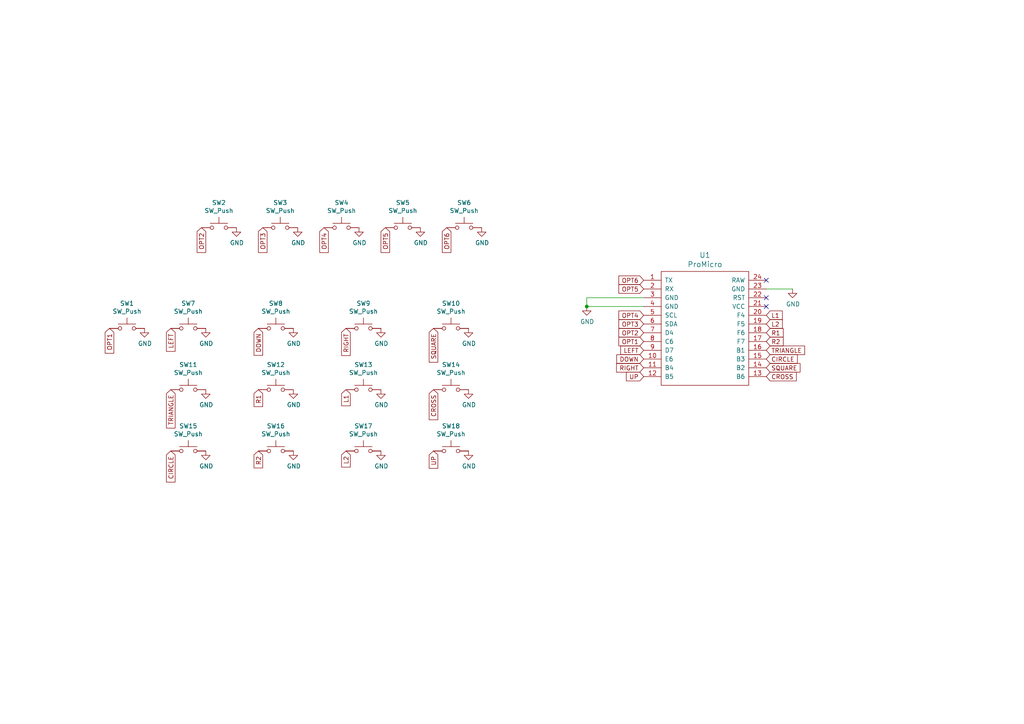
<source format=kicad_sch>
(kicad_sch (version 20211123) (generator eeschema)

  (uuid d11c8c6f-4234-4fd0-ae5c-63b27f7492d2)

  (paper "A4")

  (lib_symbols
    (symbol "ProMicro:ProMicro" (pin_names (offset 1.016)) (in_bom yes) (on_board yes)
      (property "Reference" "U" (id 0) (at 0 24.13 0)
        (effects (font (size 1.524 1.524)))
      )
      (property "Value" "ProMicro" (id 1) (at 0 -13.97 0)
        (effects (font (size 1.524 1.524)))
      )
      (property "Footprint" "" (id 2) (at 2.54 -26.67 0)
        (effects (font (size 1.524 1.524)))
      )
      (property "Datasheet" "" (id 3) (at 2.54 -26.67 0)
        (effects (font (size 1.524 1.524)))
      )
      (symbol "ProMicro_0_1"
        (rectangle (start -12.7 21.59) (end 12.7 -11.43)
          (stroke (width 0) (type default) (color 0 0 0 0))
          (fill (type none))
        )
      )
      (symbol "ProMicro_1_1"
        (pin bidirectional line (at -17.78 19.05 0) (length 5.08)
          (name "TX" (effects (font (size 1.27 1.27))))
          (number "1" (effects (font (size 1.27 1.27))))
        )
        (pin bidirectional line (at -17.78 -3.81 0) (length 5.08)
          (name "E6" (effects (font (size 1.27 1.27))))
          (number "10" (effects (font (size 1.27 1.27))))
        )
        (pin bidirectional line (at -17.78 -6.35 0) (length 5.08)
          (name "B4" (effects (font (size 1.27 1.27))))
          (number "11" (effects (font (size 1.27 1.27))))
        )
        (pin bidirectional line (at -17.78 -8.89 0) (length 5.08)
          (name "B5" (effects (font (size 1.27 1.27))))
          (number "12" (effects (font (size 1.27 1.27))))
        )
        (pin bidirectional line (at 17.78 -8.89 180) (length 5.08)
          (name "B6" (effects (font (size 1.27 1.27))))
          (number "13" (effects (font (size 1.27 1.27))))
        )
        (pin bidirectional line (at 17.78 -6.35 180) (length 5.08)
          (name "B2" (effects (font (size 1.27 1.27))))
          (number "14" (effects (font (size 1.27 1.27))))
        )
        (pin bidirectional line (at 17.78 -3.81 180) (length 5.08)
          (name "B3" (effects (font (size 1.27 1.27))))
          (number "15" (effects (font (size 1.27 1.27))))
        )
        (pin bidirectional line (at 17.78 -1.27 180) (length 5.08)
          (name "B1" (effects (font (size 1.27 1.27))))
          (number "16" (effects (font (size 1.27 1.27))))
        )
        (pin bidirectional line (at 17.78 1.27 180) (length 5.08)
          (name "F7" (effects (font (size 1.27 1.27))))
          (number "17" (effects (font (size 1.27 1.27))))
        )
        (pin bidirectional line (at 17.78 3.81 180) (length 5.08)
          (name "F6" (effects (font (size 1.27 1.27))))
          (number "18" (effects (font (size 1.27 1.27))))
        )
        (pin bidirectional line (at 17.78 6.35 180) (length 5.08)
          (name "F5" (effects (font (size 1.27 1.27))))
          (number "19" (effects (font (size 1.27 1.27))))
        )
        (pin bidirectional line (at -17.78 16.51 0) (length 5.08)
          (name "RX" (effects (font (size 1.27 1.27))))
          (number "2" (effects (font (size 1.27 1.27))))
        )
        (pin bidirectional line (at 17.78 8.89 180) (length 5.08)
          (name "F4" (effects (font (size 1.27 1.27))))
          (number "20" (effects (font (size 1.27 1.27))))
        )
        (pin power_in line (at 17.78 11.43 180) (length 5.08)
          (name "VCC" (effects (font (size 1.27 1.27))))
          (number "21" (effects (font (size 1.27 1.27))))
        )
        (pin input line (at 17.78 13.97 180) (length 5.08)
          (name "RST" (effects (font (size 1.27 1.27))))
          (number "22" (effects (font (size 1.27 1.27))))
        )
        (pin power_in line (at 17.78 16.51 180) (length 5.08)
          (name "GND" (effects (font (size 1.27 1.27))))
          (number "23" (effects (font (size 1.27 1.27))))
        )
        (pin power_out line (at 17.78 19.05 180) (length 5.08)
          (name "RAW" (effects (font (size 1.27 1.27))))
          (number "24" (effects (font (size 1.27 1.27))))
        )
        (pin power_in line (at -17.78 13.97 0) (length 5.08)
          (name "GND" (effects (font (size 1.27 1.27))))
          (number "3" (effects (font (size 1.27 1.27))))
        )
        (pin power_in line (at -17.78 11.43 0) (length 5.08)
          (name "GND" (effects (font (size 1.27 1.27))))
          (number "4" (effects (font (size 1.27 1.27))))
        )
        (pin bidirectional line (at -17.78 8.89 0) (length 5.08)
          (name "SCL" (effects (font (size 1.27 1.27))))
          (number "5" (effects (font (size 1.27 1.27))))
        )
        (pin bidirectional line (at -17.78 6.35 0) (length 5.08)
          (name "SDA" (effects (font (size 1.27 1.27))))
          (number "6" (effects (font (size 1.27 1.27))))
        )
        (pin bidirectional line (at -17.78 3.81 0) (length 5.08)
          (name "D4" (effects (font (size 1.27 1.27))))
          (number "7" (effects (font (size 1.27 1.27))))
        )
        (pin bidirectional line (at -17.78 1.27 0) (length 5.08)
          (name "C6" (effects (font (size 1.27 1.27))))
          (number "8" (effects (font (size 1.27 1.27))))
        )
        (pin bidirectional line (at -17.78 -1.27 0) (length 5.08)
          (name "D7" (effects (font (size 1.27 1.27))))
          (number "9" (effects (font (size 1.27 1.27))))
        )
      )
    )
    (symbol "Switch:SW_Push" (pin_numbers hide) (pin_names (offset 1.016) hide) (in_bom yes) (on_board yes)
      (property "Reference" "SW" (id 0) (at 1.27 2.54 0)
        (effects (font (size 1.27 1.27)) (justify left))
      )
      (property "Value" "SW_Push" (id 1) (at 0 -1.524 0)
        (effects (font (size 1.27 1.27)))
      )
      (property "Footprint" "" (id 2) (at 0 5.08 0)
        (effects (font (size 1.27 1.27)) hide)
      )
      (property "Datasheet" "~" (id 3) (at 0 5.08 0)
        (effects (font (size 1.27 1.27)) hide)
      )
      (property "ki_keywords" "switch normally-open pushbutton push-button" (id 4) (at 0 0 0)
        (effects (font (size 1.27 1.27)) hide)
      )
      (property "ki_description" "Push button switch, generic, two pins" (id 5) (at 0 0 0)
        (effects (font (size 1.27 1.27)) hide)
      )
      (symbol "SW_Push_0_1"
        (circle (center -2.032 0) (radius 0.508)
          (stroke (width 0) (type default) (color 0 0 0 0))
          (fill (type none))
        )
        (polyline
          (pts
            (xy 0 1.27)
            (xy 0 3.048)
          )
          (stroke (width 0) (type default) (color 0 0 0 0))
          (fill (type none))
        )
        (polyline
          (pts
            (xy 2.54 1.27)
            (xy -2.54 1.27)
          )
          (stroke (width 0) (type default) (color 0 0 0 0))
          (fill (type none))
        )
        (circle (center 2.032 0) (radius 0.508)
          (stroke (width 0) (type default) (color 0 0 0 0))
          (fill (type none))
        )
        (pin passive line (at -5.08 0 0) (length 2.54)
          (name "1" (effects (font (size 1.27 1.27))))
          (number "1" (effects (font (size 1.27 1.27))))
        )
        (pin passive line (at 5.08 0 180) (length 2.54)
          (name "2" (effects (font (size 1.27 1.27))))
          (number "2" (effects (font (size 1.27 1.27))))
        )
      )
    )
    (symbol "power:GND" (power) (pin_names (offset 0)) (in_bom yes) (on_board yes)
      (property "Reference" "#PWR" (id 0) (at 0 -6.35 0)
        (effects (font (size 1.27 1.27)) hide)
      )
      (property "Value" "GND" (id 1) (at 0 -3.81 0)
        (effects (font (size 1.27 1.27)))
      )
      (property "Footprint" "" (id 2) (at 0 0 0)
        (effects (font (size 1.27 1.27)) hide)
      )
      (property "Datasheet" "" (id 3) (at 0 0 0)
        (effects (font (size 1.27 1.27)) hide)
      )
      (property "ki_keywords" "power-flag" (id 4) (at 0 0 0)
        (effects (font (size 1.27 1.27)) hide)
      )
      (property "ki_description" "Power symbol creates a global label with name \"GND\" , ground" (id 5) (at 0 0 0)
        (effects (font (size 1.27 1.27)) hide)
      )
      (symbol "GND_0_1"
        (polyline
          (pts
            (xy 0 0)
            (xy 0 -1.27)
            (xy 1.27 -1.27)
            (xy 0 -2.54)
            (xy -1.27 -1.27)
            (xy 0 -1.27)
          )
          (stroke (width 0) (type default) (color 0 0 0 0))
          (fill (type none))
        )
      )
      (symbol "GND_1_1"
        (pin power_in line (at 0 0 270) (length 0) hide
          (name "GND" (effects (font (size 1.27 1.27))))
          (number "1" (effects (font (size 1.27 1.27))))
        )
      )
    )
  )

  (junction (at 170.18 88.9) (diameter 0) (color 0 0 0 0)
    (uuid e2fe8c02-4d85-4d6c-8dd5-a59b7b92f55f)
  )

  (no_connect (at 222.25 88.9) (uuid 27a5f07d-52f5-43cb-a47e-b033354145f3))
  (no_connect (at 222.25 86.36) (uuid 62a27186-0327-4116-b649-caf8df551071))
  (no_connect (at 222.25 81.28) (uuid 9f725bf2-14e1-4999-b29e-d50ed6077e94))

  (wire (pts (xy 170.18 88.9) (xy 186.69 88.9))
    (stroke (width 0) (type default) (color 0 0 0 0))
    (uuid 4f774ef8-ab4b-4786-b543-7a1ad445cba1)
  )
  (wire (pts (xy 170.18 86.36) (xy 170.18 88.9))
    (stroke (width 0) (type default) (color 0 0 0 0))
    (uuid 9863d592-d792-4560-996b-c15e3df8d512)
  )
  (wire (pts (xy 170.18 86.36) (xy 186.69 86.36))
    (stroke (width 0) (type default) (color 0 0 0 0))
    (uuid bed49aba-94ec-490e-a773-95b6e677ed7b)
  )
  (wire (pts (xy 222.25 83.82) (xy 229.87 83.82))
    (stroke (width 0) (type default) (color 0 0 0 0))
    (uuid cf8a90fb-fcf7-4ebd-9996-84fe8bc416da)
  )

  (global_label "OPT2" (shape input) (at 186.69 96.52 180) (fields_autoplaced)
    (effects (font (size 1.27 1.27)) (justify right))
    (uuid 05d5bb19-e234-4f0d-b9c5-09edae256887)
    (property "Intersheet References" "${INTERSHEET_REFS}" (id 0) (at 0 0 0)
      (effects (font (size 1.27 1.27)) hide)
    )
  )
  (global_label "OPT1" (shape input) (at 186.69 99.06 180) (fields_autoplaced)
    (effects (font (size 1.27 1.27)) (justify right))
    (uuid 16674bd4-42a1-44a0-81dc-3582702a3c00)
    (property "Intersheet References" "${INTERSHEET_REFS}" (id 0) (at 0 0 0)
      (effects (font (size 1.27 1.27)) hide)
    )
  )
  (global_label "DOWN" (shape input) (at 186.69 104.14 180) (fields_autoplaced)
    (effects (font (size 1.27 1.27)) (justify right))
    (uuid 19840364-2c94-4432-a75c-3a517a7693af)
    (property "Intersheet References" "${INTERSHEET_REFS}" (id 0) (at 0 0 0)
      (effects (font (size 1.27 1.27)) hide)
    )
  )
  (global_label "SQUARE" (shape input) (at 125.73 95.25 270) (fields_autoplaced)
    (effects (font (size 1.27 1.27)) (justify right))
    (uuid 1c625676-4ce0-4219-ac12-1a1bf755abe5)
    (property "Intersheet References" "${INTERSHEET_REFS}" (id 0) (at 0 0 0)
      (effects (font (size 1.27 1.27)) hide)
    )
  )
  (global_label "SQUARE" (shape input) (at 222.25 106.68 0) (fields_autoplaced)
    (effects (font (size 1.27 1.27)) (justify left))
    (uuid 1cd7bd1c-f1ea-4f64-84e4-090376b500e8)
    (property "Intersheet References" "${INTERSHEET_REFS}" (id 0) (at 0 0 0)
      (effects (font (size 1.27 1.27)) hide)
    )
  )
  (global_label "CROSS" (shape input) (at 222.25 109.22 0) (fields_autoplaced)
    (effects (font (size 1.27 1.27)) (justify left))
    (uuid 269a6272-d3aa-4a06-85da-91403d440375)
    (property "Intersheet References" "${INTERSHEET_REFS}" (id 0) (at 0 0 0)
      (effects (font (size 1.27 1.27)) hide)
    )
  )
  (global_label "OPT4" (shape input) (at 186.69 91.44 180) (fields_autoplaced)
    (effects (font (size 1.27 1.27)) (justify right))
    (uuid 2d4e6884-3160-450f-b1d7-74d245e3eb9f)
    (property "Intersheet References" "${INTERSHEET_REFS}" (id 0) (at 0 0 0)
      (effects (font (size 1.27 1.27)) hide)
    )
  )
  (global_label "RIGHT" (shape input) (at 100.33 95.25 270) (fields_autoplaced)
    (effects (font (size 1.27 1.27)) (justify right))
    (uuid 392067c9-0eb5-4da2-99fc-19c894f2e0b5)
    (property "Intersheet References" "${INTERSHEET_REFS}" (id 0) (at 0 0 0)
      (effects (font (size 1.27 1.27)) hide)
    )
  )
  (global_label "R2" (shape input) (at 222.25 99.06 0) (fields_autoplaced)
    (effects (font (size 1.27 1.27)) (justify left))
    (uuid 3e28ac60-ec32-4313-9424-522e309276e1)
    (property "Intersheet References" "${INTERSHEET_REFS}" (id 0) (at 0 0 0)
      (effects (font (size 1.27 1.27)) hide)
    )
  )
  (global_label "OPT1" (shape input) (at 31.75 95.25 270) (fields_autoplaced)
    (effects (font (size 1.27 1.27)) (justify right))
    (uuid 49a8ef5a-94e2-405e-9771-dd86ec50610d)
    (property "Intersheet References" "${INTERSHEET_REFS}" (id 0) (at -8.89 29.21 0)
      (effects (font (size 1.27 1.27)) hide)
    )
  )
  (global_label "R1" (shape input) (at 74.93 113.03 270) (fields_autoplaced)
    (effects (font (size 1.27 1.27)) (justify right))
    (uuid 4a661d67-7805-42b8-b56c-6f4f97c05335)
    (property "Intersheet References" "${INTERSHEET_REFS}" (id 0) (at 0 0 0)
      (effects (font (size 1.27 1.27)) hide)
    )
  )
  (global_label "UP" (shape input) (at 186.69 109.22 180) (fields_autoplaced)
    (effects (font (size 1.27 1.27)) (justify right))
    (uuid 51b8ce9a-6339-42c0-b910-902c62fa3751)
    (property "Intersheet References" "${INTERSHEET_REFS}" (id 0) (at 0 0 0)
      (effects (font (size 1.27 1.27)) hide)
    )
  )
  (global_label "R2" (shape input) (at 74.93 130.81 270) (fields_autoplaced)
    (effects (font (size 1.27 1.27)) (justify right))
    (uuid 5e40886c-ddaf-4026-9319-04098935b293)
    (property "Intersheet References" "${INTERSHEET_REFS}" (id 0) (at 0 0 0)
      (effects (font (size 1.27 1.27)) hide)
    )
  )
  (global_label "CIRCLE" (shape input) (at 222.25 104.14 0) (fields_autoplaced)
    (effects (font (size 1.27 1.27)) (justify left))
    (uuid 616fa1d5-3420-4c65-852a-8be4c72a3e4b)
    (property "Intersheet References" "${INTERSHEET_REFS}" (id 0) (at 0 0 0)
      (effects (font (size 1.27 1.27)) hide)
    )
  )
  (global_label "L1" (shape input) (at 100.33 113.03 270) (fields_autoplaced)
    (effects (font (size 1.27 1.27)) (justify right))
    (uuid 62405649-bf27-4d7a-8adc-08920f8a4e0b)
    (property "Intersheet References" "${INTERSHEET_REFS}" (id 0) (at 0 0 0)
      (effects (font (size 1.27 1.27)) hide)
    )
  )
  (global_label "OPT6" (shape input) (at 129.54 66.04 270) (fields_autoplaced)
    (effects (font (size 1.27 1.27)) (justify right))
    (uuid 636a1b45-5b03-4534-bf1d-cd386180e06c)
    (property "Intersheet References" "${INTERSHEET_REFS}" (id 0) (at 0 0 0)
      (effects (font (size 1.27 1.27)) hide)
    )
  )
  (global_label "LEFT" (shape input) (at 49.53 95.25 270) (fields_autoplaced)
    (effects (font (size 1.27 1.27)) (justify right))
    (uuid 71f03a0c-7cb5-4b54-8f96-1a7f69222f12)
    (property "Intersheet References" "${INTERSHEET_REFS}" (id 0) (at 0 0 0)
      (effects (font (size 1.27 1.27)) hide)
    )
  )
  (global_label "UP" (shape input) (at 125.73 130.81 270) (fields_autoplaced)
    (effects (font (size 1.27 1.27)) (justify right))
    (uuid 7299353b-ba43-4489-8e10-8cf8044e8d3b)
    (property "Intersheet References" "${INTERSHEET_REFS}" (id 0) (at 0 0 0)
      (effects (font (size 1.27 1.27)) hide)
    )
  )
  (global_label "CIRCLE" (shape input) (at 49.53 130.81 270) (fields_autoplaced)
    (effects (font (size 1.27 1.27)) (justify right))
    (uuid 736ba6de-d40c-40d9-b829-31e4f35dd1e0)
    (property "Intersheet References" "${INTERSHEET_REFS}" (id 0) (at 0 0 0)
      (effects (font (size 1.27 1.27)) hide)
    )
  )
  (global_label "TRIANGLE" (shape input) (at 49.53 113.03 270) (fields_autoplaced)
    (effects (font (size 1.27 1.27)) (justify right))
    (uuid 7a533bd3-6753-4618-907d-c7c3cbbaad18)
    (property "Intersheet References" "${INTERSHEET_REFS}" (id 0) (at 0 0 0)
      (effects (font (size 1.27 1.27)) hide)
    )
  )
  (global_label "CROSS" (shape input) (at 125.73 113.03 270) (fields_autoplaced)
    (effects (font (size 1.27 1.27)) (justify right))
    (uuid 7a9247af-e8ce-4c0b-98c3-cce4d6c8e7e5)
    (property "Intersheet References" "${INTERSHEET_REFS}" (id 0) (at 0 0 0)
      (effects (font (size 1.27 1.27)) hide)
    )
  )
  (global_label "OPT3" (shape input) (at 186.69 93.98 180) (fields_autoplaced)
    (effects (font (size 1.27 1.27)) (justify right))
    (uuid 80d5a5df-47fe-4b18-ad40-6db27a3ce8c3)
    (property "Intersheet References" "${INTERSHEET_REFS}" (id 0) (at 0 0 0)
      (effects (font (size 1.27 1.27)) hide)
    )
  )
  (global_label "TRIANGLE" (shape input) (at 222.25 101.6 0) (fields_autoplaced)
    (effects (font (size 1.27 1.27)) (justify left))
    (uuid 90f6b5a8-350a-455b-bbe0-f0036860e07a)
    (property "Intersheet References" "${INTERSHEET_REFS}" (id 0) (at 0 0 0)
      (effects (font (size 1.27 1.27)) hide)
    )
  )
  (global_label "OPT2" (shape input) (at 58.42 66.04 270) (fields_autoplaced)
    (effects (font (size 1.27 1.27)) (justify right))
    (uuid 9f24a8bd-e03f-49b7-bcea-4adf10a8ce5c)
    (property "Intersheet References" "${INTERSHEET_REFS}" (id 0) (at 0 0 0)
      (effects (font (size 1.27 1.27)) hide)
    )
  )
  (global_label "R1" (shape input) (at 222.25 96.52 0) (fields_autoplaced)
    (effects (font (size 1.27 1.27)) (justify left))
    (uuid a43d2f4b-48fc-4fd2-ac43-7305d03a1fff)
    (property "Intersheet References" "${INTERSHEET_REFS}" (id 0) (at 0 0 0)
      (effects (font (size 1.27 1.27)) hide)
    )
  )
  (global_label "L1" (shape input) (at 222.25 91.44 0) (fields_autoplaced)
    (effects (font (size 1.27 1.27)) (justify left))
    (uuid b2f5de93-d551-451a-b17d-416f8f00ad3c)
    (property "Intersheet References" "${INTERSHEET_REFS}" (id 0) (at 0 0 0)
      (effects (font (size 1.27 1.27)) hide)
    )
  )
  (global_label "LEFT" (shape input) (at 186.69 101.6 180) (fields_autoplaced)
    (effects (font (size 1.27 1.27)) (justify right))
    (uuid b5e187e5-a654-4419-8b28-73d7e84f010a)
    (property "Intersheet References" "${INTERSHEET_REFS}" (id 0) (at 0 0 0)
      (effects (font (size 1.27 1.27)) hide)
    )
  )
  (global_label "OPT6" (shape input) (at 186.69 81.28 180) (fields_autoplaced)
    (effects (font (size 1.27 1.27)) (justify right))
    (uuid b98d12a5-9f35-482c-ade4-c35979cfc5ad)
    (property "Intersheet References" "${INTERSHEET_REFS}" (id 0) (at 0 0 0)
      (effects (font (size 1.27 1.27)) hide)
    )
  )
  (global_label "OPT4" (shape input) (at 93.98 66.04 270) (fields_autoplaced)
    (effects (font (size 1.27 1.27)) (justify right))
    (uuid bf92b3e1-4372-475e-9b9d-874c23fc25c2)
    (property "Intersheet References" "${INTERSHEET_REFS}" (id 0) (at 0 0 0)
      (effects (font (size 1.27 1.27)) hide)
    )
  )
  (global_label "OPT5" (shape input) (at 111.76 66.04 270) (fields_autoplaced)
    (effects (font (size 1.27 1.27)) (justify right))
    (uuid c21bb288-0b63-4083-9791-4becd092e140)
    (property "Intersheet References" "${INTERSHEET_REFS}" (id 0) (at 0 0 0)
      (effects (font (size 1.27 1.27)) hide)
    )
  )
  (global_label "OPT3" (shape input) (at 76.2 66.04 270) (fields_autoplaced)
    (effects (font (size 1.27 1.27)) (justify right))
    (uuid cf2057a2-756d-4eea-931a-246a599329c8)
    (property "Intersheet References" "${INTERSHEET_REFS}" (id 0) (at 0 0 0)
      (effects (font (size 1.27 1.27)) hide)
    )
  )
  (global_label "RIGHT" (shape input) (at 186.69 106.68 180) (fields_autoplaced)
    (effects (font (size 1.27 1.27)) (justify right))
    (uuid e37f3eb9-2dec-4313-b4e5-34c05c956f8f)
    (property "Intersheet References" "${INTERSHEET_REFS}" (id 0) (at 0 0 0)
      (effects (font (size 1.27 1.27)) hide)
    )
  )
  (global_label "OPT5" (shape input) (at 186.69 83.82 180) (fields_autoplaced)
    (effects (font (size 1.27 1.27)) (justify right))
    (uuid ef2d1f54-503c-42c9-997c-1a5a58a74c04)
    (property "Intersheet References" "${INTERSHEET_REFS}" (id 0) (at 0 0 0)
      (effects (font (size 1.27 1.27)) hide)
    )
  )
  (global_label "L2" (shape input) (at 222.25 93.98 0) (fields_autoplaced)
    (effects (font (size 1.27 1.27)) (justify left))
    (uuid f914409b-31bc-4644-82e2-90138cc10128)
    (property "Intersheet References" "${INTERSHEET_REFS}" (id 0) (at 0 0 0)
      (effects (font (size 1.27 1.27)) hide)
    )
  )
  (global_label "L2" (shape input) (at 100.33 130.81 270) (fields_autoplaced)
    (effects (font (size 1.27 1.27)) (justify right))
    (uuid fcdc9bbe-22de-4342-be2c-708e41b5c771)
    (property "Intersheet References" "${INTERSHEET_REFS}" (id 0) (at 0 0 0)
      (effects (font (size 1.27 1.27)) hide)
    )
  )
  (global_label "DOWN" (shape input) (at 74.93 95.25 270) (fields_autoplaced)
    (effects (font (size 1.27 1.27)) (justify right))
    (uuid fd333c8f-95ef-4e93-b7fd-c567833cc45b)
    (property "Intersheet References" "${INTERSHEET_REFS}" (id 0) (at 0 0 0)
      (effects (font (size 1.27 1.27)) hide)
    )
  )

  (symbol (lib_id "Switch:SW_Push") (at 36.83 95.25 0) (unit 1)
    (in_bom yes) (on_board yes)
    (uuid 00000000-0000-0000-0000-000060e24ed8)
    (property "Reference" "SW1" (id 0) (at 36.83 88.011 0))
    (property "Value" "" (id 1) (at 36.83 90.3224 0))
    (property "Footprint" "Kailh:Kailh_socket_PG1350_optional" (id 2) (at 36.83 90.17 0)
      (effects (font (size 1.27 1.27)) hide)
    )
    (property "Datasheet" "~" (id 3) (at 36.83 90.17 0)
      (effects (font (size 1.27 1.27)) hide)
    )
    (pin "1" (uuid 46b74a8f-ba9c-4f4e-9d9e-18ea9e18fa31))
    (pin "2" (uuid 775349b7-a231-47f9-94e2-1ba1120f2411))
  )

  (symbol (lib_id "Switch:SW_Push") (at 63.5 66.04 0) (unit 1)
    (in_bom yes) (on_board yes)
    (uuid 00000000-0000-0000-0000-000060e26611)
    (property "Reference" "SW2" (id 0) (at 63.5 58.801 0))
    (property "Value" "" (id 1) (at 63.5 61.1124 0))
    (property "Footprint" "SW_PUSH_6mm_H5mm" (id 2) (at 63.5 60.96 0)
      (effects (font (size 1.27 1.27)) hide)
    )
    (property "Datasheet" "~" (id 3) (at 63.5 60.96 0)
      (effects (font (size 1.27 1.27)) hide)
    )
    (pin "1" (uuid 209709c4-545d-4e05-adf6-d82f94687900))
    (pin "2" (uuid 2de42850-bed1-424f-80c4-787ed4d79ee6))
  )

  (symbol (lib_id "Switch:SW_Push") (at 81.28 66.04 0) (unit 1)
    (in_bom yes) (on_board yes)
    (uuid 00000000-0000-0000-0000-000060e26c90)
    (property "Reference" "SW3" (id 0) (at 81.28 58.801 0))
    (property "Value" "" (id 1) (at 81.28 61.1124 0))
    (property "Footprint" "SW_PUSH_6mm_H5mm" (id 2) (at 81.28 60.96 0)
      (effects (font (size 1.27 1.27)) hide)
    )
    (property "Datasheet" "~" (id 3) (at 81.28 60.96 0)
      (effects (font (size 1.27 1.27)) hide)
    )
    (pin "1" (uuid 42cd71b9-a820-487a-b536-a102e1ad17a2))
    (pin "2" (uuid 1635f958-b7d3-45cf-a97d-745e12d1527c))
  )

  (symbol (lib_id "Switch:SW_Push") (at 99.06 66.04 0) (unit 1)
    (in_bom yes) (on_board yes)
    (uuid 00000000-0000-0000-0000-000060e272b9)
    (property "Reference" "SW4" (id 0) (at 99.06 58.801 0))
    (property "Value" "" (id 1) (at 99.06 61.1124 0))
    (property "Footprint" "SW_PUSH_6mm_H5mm" (id 2) (at 99.06 60.96 0)
      (effects (font (size 1.27 1.27)) hide)
    )
    (property "Datasheet" "~" (id 3) (at 99.06 60.96 0)
      (effects (font (size 1.27 1.27)) hide)
    )
    (pin "1" (uuid 3863e393-f258-4740-bea5-e6724e5b4193))
    (pin "2" (uuid 0f0d5ae6-12ba-4c11-91c9-06c448855245))
  )

  (symbol (lib_id "Switch:SW_Push") (at 116.84 66.04 0) (unit 1)
    (in_bom yes) (on_board yes)
    (uuid 00000000-0000-0000-0000-000060e27d9a)
    (property "Reference" "SW5" (id 0) (at 116.84 58.801 0))
    (property "Value" "" (id 1) (at 116.84 61.1124 0))
    (property "Footprint" "SW_PUSH_6mm_H5mm" (id 2) (at 116.84 60.96 0)
      (effects (font (size 1.27 1.27)) hide)
    )
    (property "Datasheet" "~" (id 3) (at 116.84 60.96 0)
      (effects (font (size 1.27 1.27)) hide)
    )
    (pin "1" (uuid 127a6e11-ab39-4d3f-bda0-0f345451c26f))
    (pin "2" (uuid ede480bf-b8fa-4bf0-bed5-8785d65af0dc))
  )

  (symbol (lib_id "Switch:SW_Push") (at 134.62 66.04 0) (unit 1)
    (in_bom yes) (on_board yes)
    (uuid 00000000-0000-0000-0000-000060e28459)
    (property "Reference" "SW6" (id 0) (at 134.62 58.801 0))
    (property "Value" "" (id 1) (at 134.62 61.1124 0))
    (property "Footprint" "SW_PUSH_6mm_H5mm" (id 2) (at 134.62 60.96 0)
      (effects (font (size 1.27 1.27)) hide)
    )
    (property "Datasheet" "~" (id 3) (at 134.62 60.96 0)
      (effects (font (size 1.27 1.27)) hide)
    )
    (pin "1" (uuid a79beb30-edb7-48cb-9e70-2d469f4ca998))
    (pin "2" (uuid 4d5f5ad1-655f-415b-8934-f7ffc3d5b8a3))
  )

  (symbol (lib_id "power:GND") (at 41.91 95.25 0) (unit 1)
    (in_bom yes) (on_board yes)
    (uuid 00000000-0000-0000-0000-000060e28d2f)
    (property "Reference" "#PWR01" (id 0) (at 41.91 101.6 0)
      (effects (font (size 1.27 1.27)) hide)
    )
    (property "Value" "" (id 1) (at 42.037 99.6442 0))
    (property "Footprint" "" (id 2) (at 41.91 95.25 0)
      (effects (font (size 1.27 1.27)) hide)
    )
    (property "Datasheet" "" (id 3) (at 41.91 95.25 0)
      (effects (font (size 1.27 1.27)) hide)
    )
    (pin "1" (uuid 991c7b9a-af85-4f77-903f-bf4d37851510))
  )

  (symbol (lib_id "power:GND") (at 68.58 66.04 0) (unit 1)
    (in_bom yes) (on_board yes)
    (uuid 00000000-0000-0000-0000-000060e29d12)
    (property "Reference" "#PWR02" (id 0) (at 68.58 72.39 0)
      (effects (font (size 1.27 1.27)) hide)
    )
    (property "Value" "" (id 1) (at 68.707 70.4342 0))
    (property "Footprint" "" (id 2) (at 68.58 66.04 0)
      (effects (font (size 1.27 1.27)) hide)
    )
    (property "Datasheet" "" (id 3) (at 68.58 66.04 0)
      (effects (font (size 1.27 1.27)) hide)
    )
    (pin "1" (uuid 62865089-6c37-4106-a563-3e43e9c5e8db))
  )

  (symbol (lib_id "power:GND") (at 86.36 66.04 0) (unit 1)
    (in_bom yes) (on_board yes)
    (uuid 00000000-0000-0000-0000-000060e29ffb)
    (property "Reference" "#PWR03" (id 0) (at 86.36 72.39 0)
      (effects (font (size 1.27 1.27)) hide)
    )
    (property "Value" "" (id 1) (at 86.487 70.4342 0))
    (property "Footprint" "" (id 2) (at 86.36 66.04 0)
      (effects (font (size 1.27 1.27)) hide)
    )
    (property "Datasheet" "" (id 3) (at 86.36 66.04 0)
      (effects (font (size 1.27 1.27)) hide)
    )
    (pin "1" (uuid 89d0cf34-09e6-46ce-85f7-f38d904fe424))
  )

  (symbol (lib_id "power:GND") (at 104.14 66.04 0) (unit 1)
    (in_bom yes) (on_board yes)
    (uuid 00000000-0000-0000-0000-000060e2a2ed)
    (property "Reference" "#PWR04" (id 0) (at 104.14 72.39 0)
      (effects (font (size 1.27 1.27)) hide)
    )
    (property "Value" "" (id 1) (at 104.267 70.4342 0))
    (property "Footprint" "" (id 2) (at 104.14 66.04 0)
      (effects (font (size 1.27 1.27)) hide)
    )
    (property "Datasheet" "" (id 3) (at 104.14 66.04 0)
      (effects (font (size 1.27 1.27)) hide)
    )
    (pin "1" (uuid 2c7b31f0-e1f2-487f-beee-225808eef802))
  )

  (symbol (lib_id "power:GND") (at 121.92 66.04 0) (unit 1)
    (in_bom yes) (on_board yes)
    (uuid 00000000-0000-0000-0000-000060e2a66e)
    (property "Reference" "#PWR05" (id 0) (at 121.92 72.39 0)
      (effects (font (size 1.27 1.27)) hide)
    )
    (property "Value" "" (id 1) (at 122.047 70.4342 0))
    (property "Footprint" "" (id 2) (at 121.92 66.04 0)
      (effects (font (size 1.27 1.27)) hide)
    )
    (property "Datasheet" "" (id 3) (at 121.92 66.04 0)
      (effects (font (size 1.27 1.27)) hide)
    )
    (pin "1" (uuid 80e3f2ac-538c-4cf1-a963-ec3cd9562f1c))
  )

  (symbol (lib_id "power:GND") (at 139.7 66.04 0) (unit 1)
    (in_bom yes) (on_board yes)
    (uuid 00000000-0000-0000-0000-000060e2a9fe)
    (property "Reference" "#PWR06" (id 0) (at 139.7 72.39 0)
      (effects (font (size 1.27 1.27)) hide)
    )
    (property "Value" "" (id 1) (at 139.827 70.4342 0))
    (property "Footprint" "" (id 2) (at 139.7 66.04 0)
      (effects (font (size 1.27 1.27)) hide)
    )
    (property "Datasheet" "" (id 3) (at 139.7 66.04 0)
      (effects (font (size 1.27 1.27)) hide)
    )
    (pin "1" (uuid 49305b22-b808-4b76-8501-8fb01190431b))
  )

  (symbol (lib_id "Switch:SW_Push") (at 54.61 95.25 0) (unit 1)
    (in_bom yes) (on_board yes)
    (uuid 00000000-0000-0000-0000-000060ebc7d7)
    (property "Reference" "SW7" (id 0) (at 54.61 88.011 0))
    (property "Value" "" (id 1) (at 54.61 90.3224 0))
    (property "Footprint" "Kailh:Kailh_socket_PG1350_optional" (id 2) (at 54.61 90.17 0)
      (effects (font (size 1.27 1.27)) hide)
    )
    (property "Datasheet" "~" (id 3) (at 54.61 90.17 0)
      (effects (font (size 1.27 1.27)) hide)
    )
    (pin "1" (uuid 955314ec-d6fa-4881-b3e5-fe51171ba8ad))
    (pin "2" (uuid e9f98de1-352a-4ad6-b2f4-80a84bdf2ba5))
  )

  (symbol (lib_id "Switch:SW_Push") (at 130.81 130.81 0) (unit 1)
    (in_bom yes) (on_board yes)
    (uuid 00000000-0000-0000-0000-000060ec0151)
    (property "Reference" "SW18" (id 0) (at 130.81 123.571 0))
    (property "Value" "" (id 1) (at 130.81 125.8824 0))
    (property "Footprint" "Kailh:Kailh_socket_PG1350_optional" (id 2) (at 130.81 125.73 0)
      (effects (font (size 1.27 1.27)) hide)
    )
    (property "Datasheet" "~" (id 3) (at 130.81 125.73 0)
      (effects (font (size 1.27 1.27)) hide)
    )
    (pin "1" (uuid c2990cc3-277e-49d9-837b-0ba37fb8ed31))
    (pin "2" (uuid b31f2965-bda8-4ee2-8ba0-b963a684f7b4))
  )

  (symbol (lib_id "Switch:SW_Push") (at 80.01 113.03 0) (unit 1)
    (in_bom yes) (on_board yes)
    (uuid 00000000-0000-0000-0000-000060ec0bb3)
    (property "Reference" "SW12" (id 0) (at 80.01 105.791 0))
    (property "Value" "" (id 1) (at 80.01 108.1024 0))
    (property "Footprint" "Kailh:Kailh_socket_PG1350_optional" (id 2) (at 80.01 107.95 0)
      (effects (font (size 1.27 1.27)) hide)
    )
    (property "Datasheet" "~" (id 3) (at 80.01 107.95 0)
      (effects (font (size 1.27 1.27)) hide)
    )
    (pin "1" (uuid 74c3e948-c3e2-4ffe-a70e-2f03220a5308))
    (pin "2" (uuid cfd874b7-c7b5-4895-ab53-dc82c7940cc3))
  )

  (symbol (lib_id "Switch:SW_Push") (at 54.61 130.81 0) (unit 1)
    (in_bom yes) (on_board yes)
    (uuid 00000000-0000-0000-0000-000060ec0fb1)
    (property "Reference" "SW15" (id 0) (at 54.61 123.571 0))
    (property "Value" "" (id 1) (at 54.61 125.8824 0))
    (property "Footprint" "Kailh:Kailh_socket_PG1350_optional" (id 2) (at 54.61 125.73 0)
      (effects (font (size 1.27 1.27)) hide)
    )
    (property "Datasheet" "~" (id 3) (at 54.61 125.73 0)
      (effects (font (size 1.27 1.27)) hide)
    )
    (pin "1" (uuid ec393645-e0c6-41f9-978c-760974a5b867))
    (pin "2" (uuid 550ef66d-b2e9-4929-8819-335019d1ae2d))
  )

  (symbol (lib_id "Switch:SW_Push") (at 80.01 95.25 0) (unit 1)
    (in_bom yes) (on_board yes)
    (uuid 00000000-0000-0000-0000-000060ec2d3f)
    (property "Reference" "SW8" (id 0) (at 80.01 88.011 0))
    (property "Value" "" (id 1) (at 80.01 90.3224 0))
    (property "Footprint" "Kailh:Kailh_socket_PG1350_optional" (id 2) (at 80.01 90.17 0)
      (effects (font (size 1.27 1.27)) hide)
    )
    (property "Datasheet" "~" (id 3) (at 80.01 90.17 0)
      (effects (font (size 1.27 1.27)) hide)
    )
    (pin "1" (uuid 41d41a90-dc5d-44f8-9046-6a47e1681bc5))
    (pin "2" (uuid 6127068a-23da-4f4c-8c36-98e7c5a4cbde))
  )

  (symbol (lib_id "Switch:SW_Push") (at 130.81 95.25 0) (unit 1)
    (in_bom yes) (on_board yes)
    (uuid 00000000-0000-0000-0000-000060ec33be)
    (property "Reference" "SW10" (id 0) (at 130.81 88.011 0))
    (property "Value" "" (id 1) (at 130.81 90.3224 0))
    (property "Footprint" "Kailh:Kailh_socket_PG1350_optional" (id 2) (at 130.81 90.17 0)
      (effects (font (size 1.27 1.27)) hide)
    )
    (property "Datasheet" "~" (id 3) (at 130.81 90.17 0)
      (effects (font (size 1.27 1.27)) hide)
    )
    (pin "1" (uuid af929e60-7564-4498-b5d1-ac798c6daa68))
    (pin "2" (uuid b6dd3b9e-3fb8-49f1-90d1-25ffec027724))
  )

  (symbol (lib_id "Switch:SW_Push") (at 105.41 113.03 0) (unit 1)
    (in_bom yes) (on_board yes)
    (uuid 00000000-0000-0000-0000-000060ec37aa)
    (property "Reference" "SW13" (id 0) (at 105.41 105.791 0))
    (property "Value" "" (id 1) (at 105.41 108.1024 0))
    (property "Footprint" "Kailh:Kailh_socket_PG1350_optional" (id 2) (at 105.41 107.95 0)
      (effects (font (size 1.27 1.27)) hide)
    )
    (property "Datasheet" "~" (id 3) (at 105.41 107.95 0)
      (effects (font (size 1.27 1.27)) hide)
    )
    (pin "1" (uuid b9d895fe-7b34-48a8-b65e-4fc9b1b87dd2))
    (pin "2" (uuid e879c210-becb-45aa-8aa0-3ab30ef31e8e))
  )

  (symbol (lib_id "Switch:SW_Push") (at 80.01 130.81 0) (unit 1)
    (in_bom yes) (on_board yes)
    (uuid 00000000-0000-0000-0000-000060ec3cac)
    (property "Reference" "SW16" (id 0) (at 80.01 123.571 0))
    (property "Value" "" (id 1) (at 80.01 125.8824 0))
    (property "Footprint" "Kailh:Kailh_socket_PG1350_optional" (id 2) (at 80.01 125.73 0)
      (effects (font (size 1.27 1.27)) hide)
    )
    (property "Datasheet" "~" (id 3) (at 80.01 125.73 0)
      (effects (font (size 1.27 1.27)) hide)
    )
    (pin "1" (uuid aa3badab-891c-4803-ba69-8e2a6e090080))
    (pin "2" (uuid b0ab5875-2b4c-4842-a45e-033cfd869a05))
  )

  (symbol (lib_id "Switch:SW_Push") (at 105.41 95.25 0) (unit 1)
    (in_bom yes) (on_board yes)
    (uuid 00000000-0000-0000-0000-000060ec3fe9)
    (property "Reference" "SW9" (id 0) (at 105.41 88.011 0))
    (property "Value" "" (id 1) (at 105.41 90.3224 0))
    (property "Footprint" "Kailh:Kailh_socket_PG1350_optional" (id 2) (at 105.41 90.17 0)
      (effects (font (size 1.27 1.27)) hide)
    )
    (property "Datasheet" "~" (id 3) (at 105.41 90.17 0)
      (effects (font (size 1.27 1.27)) hide)
    )
    (pin "1" (uuid 937423b8-9726-4916-9e36-df0ae5410012))
    (pin "2" (uuid 97b80af0-88e7-4b23-a5ef-974ca56dff9c))
  )

  (symbol (lib_id "Switch:SW_Push") (at 54.61 113.03 0) (unit 1)
    (in_bom yes) (on_board yes)
    (uuid 00000000-0000-0000-0000-000060ec4474)
    (property "Reference" "SW11" (id 0) (at 54.61 105.791 0))
    (property "Value" "" (id 1) (at 54.61 108.1024 0))
    (property "Footprint" "Kailh:Kailh_socket_PG1350_optional" (id 2) (at 54.61 107.95 0)
      (effects (font (size 1.27 1.27)) hide)
    )
    (property "Datasheet" "~" (id 3) (at 54.61 107.95 0)
      (effects (font (size 1.27 1.27)) hide)
    )
    (pin "1" (uuid e1a75c0a-b19f-46a5-8bf1-165993be8fa6))
    (pin "2" (uuid 6dae6e7d-79b4-4022-851f-df487a66a515))
  )

  (symbol (lib_id "Switch:SW_Push") (at 130.81 113.03 0) (unit 1)
    (in_bom yes) (on_board yes)
    (uuid 00000000-0000-0000-0000-000060ec4852)
    (property "Reference" "SW14" (id 0) (at 130.81 105.791 0))
    (property "Value" "" (id 1) (at 130.81 108.1024 0))
    (property "Footprint" "Kailh:Kailh_socket_PG1350_optional" (id 2) (at 130.81 107.95 0)
      (effects (font (size 1.27 1.27)) hide)
    )
    (property "Datasheet" "~" (id 3) (at 130.81 107.95 0)
      (effects (font (size 1.27 1.27)) hide)
    )
    (pin "1" (uuid 63448f1a-8173-4646-bc88-2a969695c9a3))
    (pin "2" (uuid 37c76c5c-78d5-49c5-868a-7e65c5a65ebc))
  )

  (symbol (lib_id "Switch:SW_Push") (at 105.41 130.81 0) (unit 1)
    (in_bom yes) (on_board yes)
    (uuid 00000000-0000-0000-0000-000060ec4d39)
    (property "Reference" "SW17" (id 0) (at 105.41 123.571 0))
    (property "Value" "" (id 1) (at 105.41 125.8824 0))
    (property "Footprint" "Kailh:Kailh_socket_PG1350_optional" (id 2) (at 105.41 125.73 0)
      (effects (font (size 1.27 1.27)) hide)
    )
    (property "Datasheet" "~" (id 3) (at 105.41 125.73 0)
      (effects (font (size 1.27 1.27)) hide)
    )
    (pin "1" (uuid 46ca46d4-82ce-4017-92d7-b9bd0e9af009))
    (pin "2" (uuid 98a1ef0f-702d-459e-ae49-831f32d53bcb))
  )

  (symbol (lib_id "power:GND") (at 59.69 95.25 0) (unit 1)
    (in_bom yes) (on_board yes)
    (uuid 00000000-0000-0000-0000-000060ec93f2)
    (property "Reference" "#PWR07" (id 0) (at 59.69 101.6 0)
      (effects (font (size 1.27 1.27)) hide)
    )
    (property "Value" "" (id 1) (at 59.817 99.6442 0))
    (property "Footprint" "" (id 2) (at 59.69 95.25 0)
      (effects (font (size 1.27 1.27)) hide)
    )
    (property "Datasheet" "" (id 3) (at 59.69 95.25 0)
      (effects (font (size 1.27 1.27)) hide)
    )
    (pin "1" (uuid 5bc7ff69-031b-4203-b2a8-d53b8f2e5032))
  )

  (symbol (lib_id "power:GND") (at 135.89 130.81 0) (unit 1)
    (in_bom yes) (on_board yes)
    (uuid 00000000-0000-0000-0000-000060eca225)
    (property "Reference" "#PWR018" (id 0) (at 135.89 137.16 0)
      (effects (font (size 1.27 1.27)) hide)
    )
    (property "Value" "" (id 1) (at 136.017 135.2042 0))
    (property "Footprint" "" (id 2) (at 135.89 130.81 0)
      (effects (font (size 1.27 1.27)) hide)
    )
    (property "Datasheet" "" (id 3) (at 135.89 130.81 0)
      (effects (font (size 1.27 1.27)) hide)
    )
    (pin "1" (uuid 640fd954-7ff4-4e0b-a462-8f39938fe5b4))
  )

  (symbol (lib_id "power:GND") (at 85.09 113.03 0) (unit 1)
    (in_bom yes) (on_board yes)
    (uuid 00000000-0000-0000-0000-000060eca76f)
    (property "Reference" "#PWR012" (id 0) (at 85.09 119.38 0)
      (effects (font (size 1.27 1.27)) hide)
    )
    (property "Value" "" (id 1) (at 85.217 117.4242 0))
    (property "Footprint" "" (id 2) (at 85.09 113.03 0)
      (effects (font (size 1.27 1.27)) hide)
    )
    (property "Datasheet" "" (id 3) (at 85.09 113.03 0)
      (effects (font (size 1.27 1.27)) hide)
    )
    (pin "1" (uuid 4484e772-c414-4c0a-abbc-667d0e572fba))
  )

  (symbol (lib_id "power:GND") (at 59.69 130.81 0) (unit 1)
    (in_bom yes) (on_board yes)
    (uuid 00000000-0000-0000-0000-000060ecab6b)
    (property "Reference" "#PWR015" (id 0) (at 59.69 137.16 0)
      (effects (font (size 1.27 1.27)) hide)
    )
    (property "Value" "" (id 1) (at 59.817 135.2042 0))
    (property "Footprint" "" (id 2) (at 59.69 130.81 0)
      (effects (font (size 1.27 1.27)) hide)
    )
    (property "Datasheet" "" (id 3) (at 59.69 130.81 0)
      (effects (font (size 1.27 1.27)) hide)
    )
    (pin "1" (uuid bdb8631c-302e-4884-adc2-130583f995d7))
  )

  (symbol (lib_id "power:GND") (at 85.09 95.25 0) (unit 1)
    (in_bom yes) (on_board yes)
    (uuid 00000000-0000-0000-0000-000060ecafc7)
    (property "Reference" "#PWR08" (id 0) (at 85.09 101.6 0)
      (effects (font (size 1.27 1.27)) hide)
    )
    (property "Value" "" (id 1) (at 85.217 99.6442 0))
    (property "Footprint" "" (id 2) (at 85.09 95.25 0)
      (effects (font (size 1.27 1.27)) hide)
    )
    (property "Datasheet" "" (id 3) (at 85.09 95.25 0)
      (effects (font (size 1.27 1.27)) hide)
    )
    (pin "1" (uuid 23a042ae-7175-4a74-a4c1-53b99b0bd37c))
  )

  (symbol (lib_id "power:GND") (at 135.89 95.25 0) (unit 1)
    (in_bom yes) (on_board yes)
    (uuid 00000000-0000-0000-0000-000060ecb5c1)
    (property "Reference" "#PWR010" (id 0) (at 135.89 101.6 0)
      (effects (font (size 1.27 1.27)) hide)
    )
    (property "Value" "" (id 1) (at 136.017 99.6442 0))
    (property "Footprint" "" (id 2) (at 135.89 95.25 0)
      (effects (font (size 1.27 1.27)) hide)
    )
    (property "Datasheet" "" (id 3) (at 135.89 95.25 0)
      (effects (font (size 1.27 1.27)) hide)
    )
    (pin "1" (uuid 51fbdcc2-315a-4b61-8adf-947e832085e3))
  )

  (symbol (lib_id "power:GND") (at 110.49 113.03 0) (unit 1)
    (in_bom yes) (on_board yes)
    (uuid 00000000-0000-0000-0000-000060ecb984)
    (property "Reference" "#PWR013" (id 0) (at 110.49 119.38 0)
      (effects (font (size 1.27 1.27)) hide)
    )
    (property "Value" "" (id 1) (at 110.617 117.4242 0))
    (property "Footprint" "" (id 2) (at 110.49 113.03 0)
      (effects (font (size 1.27 1.27)) hide)
    )
    (property "Datasheet" "" (id 3) (at 110.49 113.03 0)
      (effects (font (size 1.27 1.27)) hide)
    )
    (pin "1" (uuid ffeb8807-cfce-4322-a4a6-a8f4f509dec9))
  )

  (symbol (lib_id "power:GND") (at 85.09 130.81 0) (unit 1)
    (in_bom yes) (on_board yes)
    (uuid 00000000-0000-0000-0000-000060ecbd4e)
    (property "Reference" "#PWR016" (id 0) (at 85.09 137.16 0)
      (effects (font (size 1.27 1.27)) hide)
    )
    (property "Value" "" (id 1) (at 85.217 135.2042 0))
    (property "Footprint" "" (id 2) (at 85.09 130.81 0)
      (effects (font (size 1.27 1.27)) hide)
    )
    (property "Datasheet" "" (id 3) (at 85.09 130.81 0)
      (effects (font (size 1.27 1.27)) hide)
    )
    (pin "1" (uuid d4509729-ad87-4df5-85e5-e8678a2ae533))
  )

  (symbol (lib_id "power:GND") (at 110.49 130.81 0) (unit 1)
    (in_bom yes) (on_board yes)
    (uuid 00000000-0000-0000-0000-000060ecc151)
    (property "Reference" "#PWR017" (id 0) (at 110.49 137.16 0)
      (effects (font (size 1.27 1.27)) hide)
    )
    (property "Value" "" (id 1) (at 110.617 135.2042 0))
    (property "Footprint" "" (id 2) (at 110.49 130.81 0)
      (effects (font (size 1.27 1.27)) hide)
    )
    (property "Datasheet" "" (id 3) (at 110.49 130.81 0)
      (effects (font (size 1.27 1.27)) hide)
    )
    (pin "1" (uuid b300ab95-9795-486b-865a-30dda8759b82))
  )

  (symbol (lib_id "power:GND") (at 135.89 113.03 0) (unit 1)
    (in_bom yes) (on_board yes)
    (uuid 00000000-0000-0000-0000-000060ecc563)
    (property "Reference" "#PWR014" (id 0) (at 135.89 119.38 0)
      (effects (font (size 1.27 1.27)) hide)
    )
    (property "Value" "" (id 1) (at 136.017 117.4242 0))
    (property "Footprint" "" (id 2) (at 135.89 113.03 0)
      (effects (font (size 1.27 1.27)) hide)
    )
    (property "Datasheet" "" (id 3) (at 135.89 113.03 0)
      (effects (font (size 1.27 1.27)) hide)
    )
    (pin "1" (uuid a71f7917-e245-4c09-a3b7-18546b48ae39))
  )

  (symbol (lib_id "power:GND") (at 59.69 113.03 0) (unit 1)
    (in_bom yes) (on_board yes)
    (uuid 00000000-0000-0000-0000-000060ecc8d7)
    (property "Reference" "#PWR011" (id 0) (at 59.69 119.38 0)
      (effects (font (size 1.27 1.27)) hide)
    )
    (property "Value" "" (id 1) (at 59.817 117.4242 0))
    (property "Footprint" "" (id 2) (at 59.69 113.03 0)
      (effects (font (size 1.27 1.27)) hide)
    )
    (property "Datasheet" "" (id 3) (at 59.69 113.03 0)
      (effects (font (size 1.27 1.27)) hide)
    )
    (pin "1" (uuid b1114070-6c52-48d2-af59-4e1414cfaed7))
  )

  (symbol (lib_id "power:GND") (at 110.49 95.25 0) (unit 1)
    (in_bom yes) (on_board yes)
    (uuid 00000000-0000-0000-0000-000060eccc0a)
    (property "Reference" "#PWR09" (id 0) (at 110.49 101.6 0)
      (effects (font (size 1.27 1.27)) hide)
    )
    (property "Value" "" (id 1) (at 110.617 99.6442 0))
    (property "Footprint" "" (id 2) (at 110.49 95.25 0)
      (effects (font (size 1.27 1.27)) hide)
    )
    (property "Datasheet" "" (id 3) (at 110.49 95.25 0)
      (effects (font (size 1.27 1.27)) hide)
    )
    (pin "1" (uuid 97d8b8d6-d66f-4612-b79c-e5f9d95dfb8a))
  )

  (symbol (lib_id "ProMicro:ProMicro") (at 204.47 100.33 0) (unit 1)
    (in_bom yes) (on_board yes)
    (uuid 00000000-0000-0000-0000-0000611c160a)
    (property "Reference" "U1" (id 0) (at 204.47 73.9902 0)
      (effects (font (size 1.524 1.524)))
    )
    (property "Value" "" (id 1) (at 204.47 76.6826 0)
      (effects (font (size 1.524 1.524)))
    )
    (property "Footprint" "" (id 2) (at 207.01 127 0)
      (effects (font (size 1.524 1.524)) hide)
    )
    (property "Datasheet" "" (id 3) (at 207.01 127 0)
      (effects (font (size 1.524 1.524)))
    )
    (pin "1" (uuid 8cd8dcc6-1245-4a0e-9045-95de5b6e3e64))
    (pin "10" (uuid b3462d7f-dec2-4c1c-ae64-f155b224e68c))
    (pin "11" (uuid 9ef9c048-cf0b-4b90-957e-db6a5d23d650))
    (pin "12" (uuid ceac3427-e277-43f6-b989-abb2aae5e994))
    (pin "13" (uuid 846a21d8-2528-492a-90d3-27d2e9de40e5))
    (pin "14" (uuid b0a1d04c-8ba3-49b9-b4a2-834a52fc2abb))
    (pin "15" (uuid 6e6ab847-9a85-489b-b465-f8f5848e8732))
    (pin "16" (uuid 199f885c-28fd-4d3b-b5f4-72519da8d117))
    (pin "17" (uuid 728d530f-fde4-4016-9521-570ab5e0485c))
    (pin "18" (uuid c10dafdd-e7ca-4eac-a585-791bc76f8e2e))
    (pin "19" (uuid a23a7f5e-972e-4018-bdb5-3f22e718da6e))
    (pin "2" (uuid 2bac6239-4d6c-4abb-8303-24fc2afee552))
    (pin "20" (uuid 5e6b6616-2130-4db8-8ee1-ac593c480348))
    (pin "21" (uuid 08ad740c-2804-4abc-91cb-f3eb1a79a4f7))
    (pin "22" (uuid 0a95161f-7426-4eec-87a8-87ff95e435d8))
    (pin "23" (uuid 060e59be-1b81-4507-9ebc-84eed2c6a56d))
    (pin "24" (uuid c542930d-d00e-40c4-80b8-627409c0a174))
    (pin "3" (uuid ab3f71f8-1ef5-4bdb-87f2-0610388a6b15))
    (pin "4" (uuid 5fc7a33f-3809-4164-8116-1a37d1fecf64))
    (pin "5" (uuid 6b3c71b4-efd6-4b6c-972d-b175b6a2433f))
    (pin "6" (uuid 3e0d868b-2a6f-4659-812d-94ca23e4ac5a))
    (pin "7" (uuid b8ee5ba1-71d1-4a92-a71b-8d967316bd03))
    (pin "8" (uuid 6f7706d8-cfb9-4abb-9461-e1b60eaf6ca6))
    (pin "9" (uuid 394c7cfc-8382-40f2-8bcd-2e4624ead122))
  )

  (symbol (lib_id "power:GND") (at 170.18 88.9 0) (unit 1)
    (in_bom yes) (on_board yes)
    (uuid 00000000-0000-0000-0000-0000611c1bdc)
    (property "Reference" "#PWR0101" (id 0) (at 170.18 95.25 0)
      (effects (font (size 1.27 1.27)) hide)
    )
    (property "Value" "" (id 1) (at 170.307 93.2942 0))
    (property "Footprint" "" (id 2) (at 170.18 88.9 0)
      (effects (font (size 1.27 1.27)) hide)
    )
    (property "Datasheet" "" (id 3) (at 170.18 88.9 0)
      (effects (font (size 1.27 1.27)) hide)
    )
    (pin "1" (uuid 985575fc-a2ba-4b59-b268-38358c3058d6))
  )

  (symbol (lib_id "power:GND") (at 229.87 83.82 0) (unit 1)
    (in_bom yes) (on_board yes)
    (uuid 00000000-0000-0000-0000-0000611c6dd5)
    (property "Reference" "#PWR0102" (id 0) (at 229.87 90.17 0)
      (effects (font (size 1.27 1.27)) hide)
    )
    (property "Value" "" (id 1) (at 229.997 88.2142 0))
    (property "Footprint" "" (id 2) (at 229.87 83.82 0)
      (effects (font (size 1.27 1.27)) hide)
    )
    (property "Datasheet" "" (id 3) (at 229.87 83.82 0)
      (effects (font (size 1.27 1.27)) hide)
    )
    (pin "1" (uuid 844d35b5-965f-40d7-9fdc-abcdcf0f84e1))
  )

  (sheet_instances
    (path "/" (page "1"))
  )

  (symbol_instances
    (path "/00000000-0000-0000-0000-000060e28d2f"
      (reference "#PWR01") (unit 1) (value "GND") (footprint "")
    )
    (path "/00000000-0000-0000-0000-000060e29d12"
      (reference "#PWR02") (unit 1) (value "GND") (footprint "")
    )
    (path "/00000000-0000-0000-0000-000060e29ffb"
      (reference "#PWR03") (unit 1) (value "GND") (footprint "")
    )
    (path "/00000000-0000-0000-0000-000060e2a2ed"
      (reference "#PWR04") (unit 1) (value "GND") (footprint "")
    )
    (path "/00000000-0000-0000-0000-000060e2a66e"
      (reference "#PWR05") (unit 1) (value "GND") (footprint "")
    )
    (path "/00000000-0000-0000-0000-000060e2a9fe"
      (reference "#PWR06") (unit 1) (value "GND") (footprint "")
    )
    (path "/00000000-0000-0000-0000-000060ec93f2"
      (reference "#PWR07") (unit 1) (value "GND") (footprint "")
    )
    (path "/00000000-0000-0000-0000-000060ecafc7"
      (reference "#PWR08") (unit 1) (value "GND") (footprint "")
    )
    (path "/00000000-0000-0000-0000-000060eccc0a"
      (reference "#PWR09") (unit 1) (value "GND") (footprint "")
    )
    (path "/00000000-0000-0000-0000-000060ecb5c1"
      (reference "#PWR010") (unit 1) (value "GND") (footprint "")
    )
    (path "/00000000-0000-0000-0000-000060ecc8d7"
      (reference "#PWR011") (unit 1) (value "GND") (footprint "")
    )
    (path "/00000000-0000-0000-0000-000060eca76f"
      (reference "#PWR012") (unit 1) (value "GND") (footprint "")
    )
    (path "/00000000-0000-0000-0000-000060ecb984"
      (reference "#PWR013") (unit 1) (value "GND") (footprint "")
    )
    (path "/00000000-0000-0000-0000-000060ecc563"
      (reference "#PWR014") (unit 1) (value "GND") (footprint "")
    )
    (path "/00000000-0000-0000-0000-000060ecab6b"
      (reference "#PWR015") (unit 1) (value "GND") (footprint "")
    )
    (path "/00000000-0000-0000-0000-000060ecbd4e"
      (reference "#PWR016") (unit 1) (value "GND") (footprint "")
    )
    (path "/00000000-0000-0000-0000-000060ecc151"
      (reference "#PWR017") (unit 1) (value "GND") (footprint "")
    )
    (path "/00000000-0000-0000-0000-000060eca225"
      (reference "#PWR018") (unit 1) (value "GND") (footprint "")
    )
    (path "/00000000-0000-0000-0000-0000611c1bdc"
      (reference "#PWR0101") (unit 1) (value "GND") (footprint "")
    )
    (path "/00000000-0000-0000-0000-0000611c6dd5"
      (reference "#PWR0102") (unit 1) (value "GND") (footprint "")
    )
    (path "/00000000-0000-0000-0000-000060e24ed8"
      (reference "SW1") (unit 1) (value "SW_Push") (footprint "Kailh:Kailh_socket_PG1350_optional")
    )
    (path "/00000000-0000-0000-0000-000060e26611"
      (reference "SW2") (unit 1) (value "SW_Push") (footprint "SW_PUSH_6mm_H5mm")
    )
    (path "/00000000-0000-0000-0000-000060e26c90"
      (reference "SW3") (unit 1) (value "SW_Push") (footprint "SW_PUSH_6mm_H5mm")
    )
    (path "/00000000-0000-0000-0000-000060e272b9"
      (reference "SW4") (unit 1) (value "SW_Push") (footprint "SW_PUSH_6mm_H5mm")
    )
    (path "/00000000-0000-0000-0000-000060e27d9a"
      (reference "SW5") (unit 1) (value "SW_Push") (footprint "SW_PUSH_6mm_H5mm")
    )
    (path "/00000000-0000-0000-0000-000060e28459"
      (reference "SW6") (unit 1) (value "SW_Push") (footprint "SW_PUSH_6mm_H5mm")
    )
    (path "/00000000-0000-0000-0000-000060ebc7d7"
      (reference "SW7") (unit 1) (value "SW_Push") (footprint "Kailh:Kailh_socket_PG1350_optional")
    )
    (path "/00000000-0000-0000-0000-000060ec2d3f"
      (reference "SW8") (unit 1) (value "SW_Push") (footprint "Kailh:Kailh_socket_PG1350_optional")
    )
    (path "/00000000-0000-0000-0000-000060ec3fe9"
      (reference "SW9") (unit 1) (value "SW_Push") (footprint "Kailh:Kailh_socket_PG1350_optional")
    )
    (path "/00000000-0000-0000-0000-000060ec33be"
      (reference "SW10") (unit 1) (value "SW_Push") (footprint "Kailh:Kailh_socket_PG1350_optional")
    )
    (path "/00000000-0000-0000-0000-000060ec4474"
      (reference "SW11") (unit 1) (value "SW_Push") (footprint "Kailh:Kailh_socket_PG1350_optional")
    )
    (path "/00000000-0000-0000-0000-000060ec0bb3"
      (reference "SW12") (unit 1) (value "SW_Push") (footprint "Kailh:Kailh_socket_PG1350_optional")
    )
    (path "/00000000-0000-0000-0000-000060ec37aa"
      (reference "SW13") (unit 1) (value "SW_Push") (footprint "Kailh:Kailh_socket_PG1350_optional")
    )
    (path "/00000000-0000-0000-0000-000060ec4852"
      (reference "SW14") (unit 1) (value "SW_Push") (footprint "Kailh:Kailh_socket_PG1350_optional")
    )
    (path "/00000000-0000-0000-0000-000060ec0fb1"
      (reference "SW15") (unit 1) (value "SW_Push") (footprint "Kailh:Kailh_socket_PG1350_optional")
    )
    (path "/00000000-0000-0000-0000-000060ec3cac"
      (reference "SW16") (unit 1) (value "SW_Push") (footprint "Kailh:Kailh_socket_PG1350_optional")
    )
    (path "/00000000-0000-0000-0000-000060ec4d39"
      (reference "SW17") (unit 1) (value "SW_Push") (footprint "Kailh:Kailh_socket_PG1350_optional")
    )
    (path "/00000000-0000-0000-0000-000060ec0151"
      (reference "SW18") (unit 1) (value "SW_Push") (footprint "Kailh:Kailh_socket_PG1350_optional")
    )
    (path "/00000000-0000-0000-0000-0000611c160a"
      (reference "U1") (unit 1) (value "ProMicro") (footprint "")
    )
  )
)

</source>
